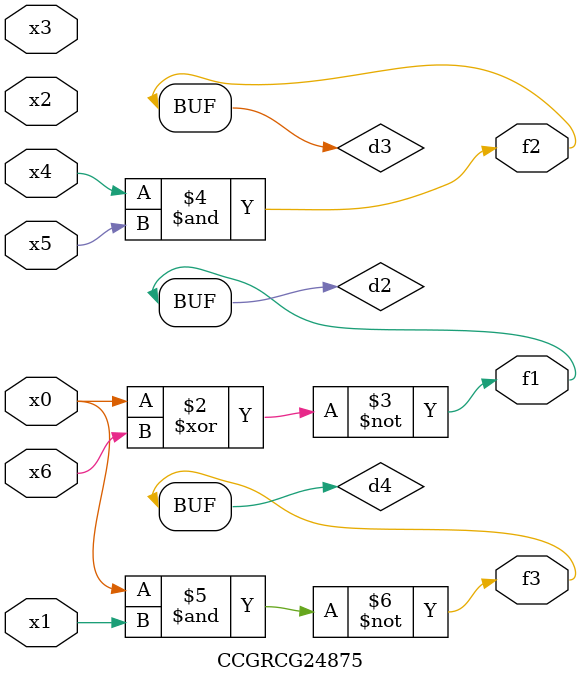
<source format=v>
module CCGRCG24875(
	input x0, x1, x2, x3, x4, x5, x6,
	output f1, f2, f3
);

	wire d1, d2, d3, d4;

	nor (d1, x0);
	xnor (d2, x0, x6);
	and (d3, x4, x5);
	nand (d4, x0, x1);
	assign f1 = d2;
	assign f2 = d3;
	assign f3 = d4;
endmodule

</source>
